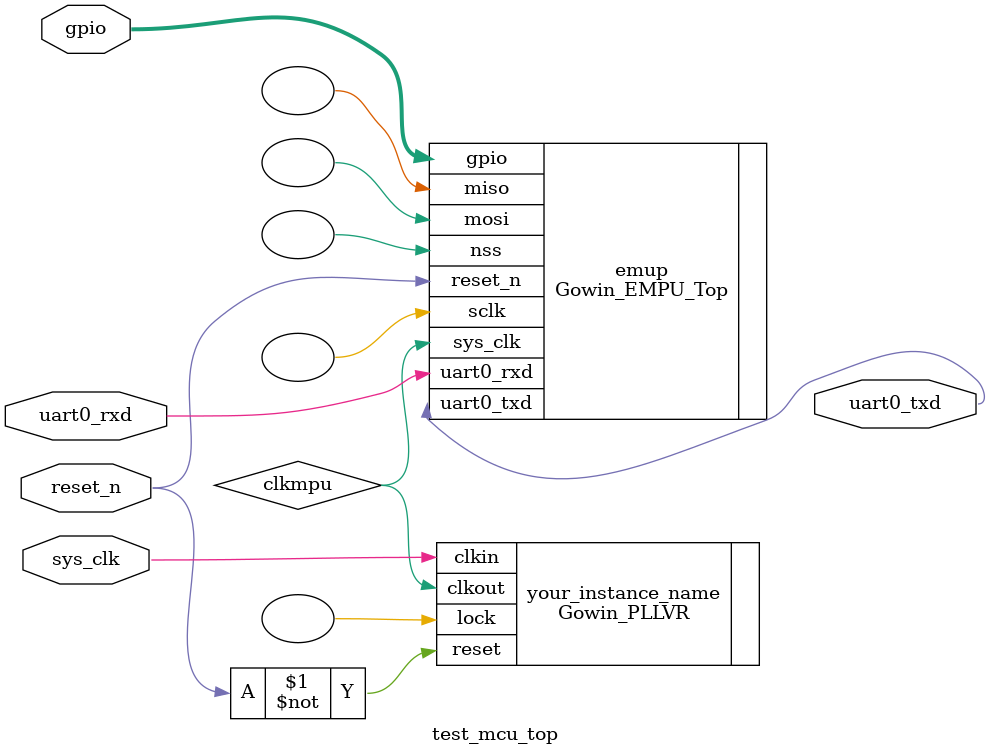
<source format=v>
module test_mcu_top (
    input   reset_n,
    input   sys_clk,
    output  uart0_txd,
    input   uart0_rxd,
    inout [4:0] gpio
    );

   wire clkmpu;
   Gowin_PLLVR your_instance_name(
        .clkout(clkmpu), //output clkout
        .lock(), //output lock
        .reset(~reset_n), //input reset
        .clkin(sys_clk) //input clkin
    );

	Gowin_EMPU_Top emup(
		.sys_clk(clkmpu), //input sys_clk
		.gpio(gpio), //inout [15:0] gpio
		.uart0_rxd(uart0_rxd), //input uart0_rxd
		.uart0_txd(uart0_txd), //output uart0_txd
		.mosi(), //output mosi
		.miso(), //input miso
		.sclk(), //output sclk
		.nss() , //output nss
		.reset_n(reset_n) //input reset_n
	);

endmodule

</source>
